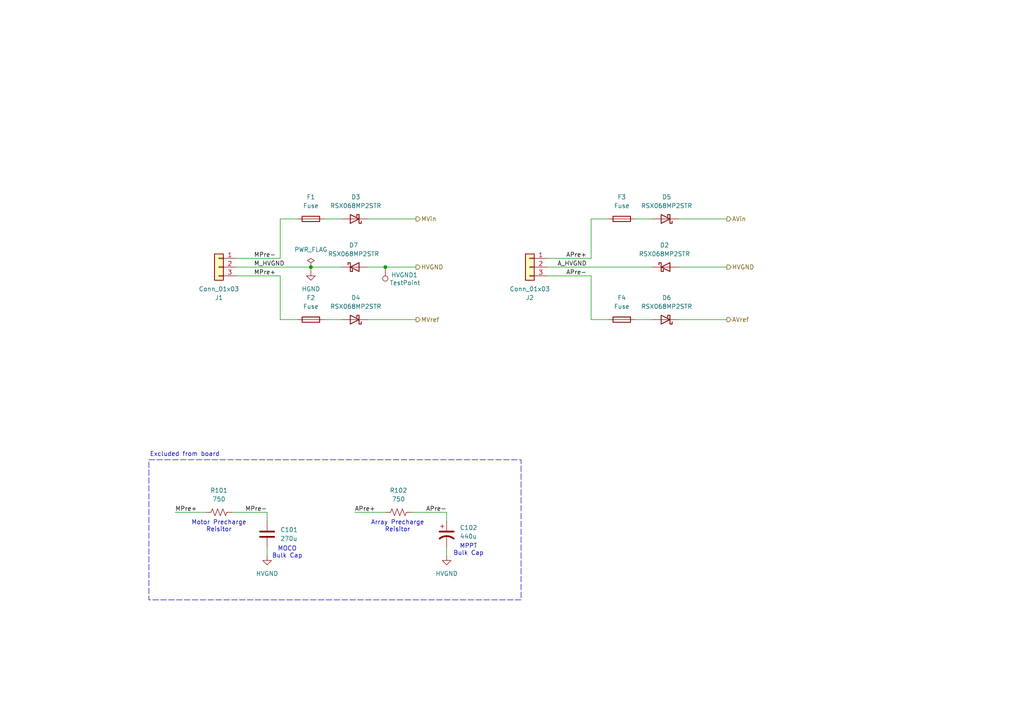
<source format=kicad_sch>
(kicad_sch (version 20250114) (generator "eeschema") (generator_version "9.0")
  (paper "A4")
  (lib_symbols
    (symbol "Connector:TestPoint" (pin_numbers (hide yes)) (pin_names (offset 0.762) (hide yes))
      (property "Reference" "TP" (at 0 6.858 0))
      (property "Value" "TestPoint" (at 0 5.08 0))
      (symbol "TestPoint_0_1"
        (circle (center 0 3.302) (radius 0.762))
      )
      (symbol "TestPoint_1_1"
        (pin passive line (at 0 0 90) (length 2.54) (name "1") (number "1"))
      )
    )
    (symbol "Connector_Generic:Conn_01x03" (pin_names (offset 1.016) (hide yes))
      (property "Reference" "J" (at 0 5.08 0))
      (property "Value" "Conn_01x03" (at 0 -5.08 0))
      (symbol "Conn_01x03_1_1"
        (rectangle (start -1.27 3.81) (end 1.27 -3.81) (stroke (width 0.254)) (fill (type background)))
        (rectangle (start -1.27 2.667) (end 0 2.413) (stroke (width 0.1524)))
        (rectangle (start -1.27 0.127) (end 0 -0.127) (stroke (width 0.1524)))
        (rectangle (start -1.27 -2.413) (end 0 -2.667) (stroke (width 0.1524)))
        (pin passive line (at -5.08 2.54 0) (length 3.81) (name "Pin_1") (number "1"))
        (pin passive line (at -5.08 0 0) (length 3.81) (name "Pin_2") (number "2"))
        (pin passive line (at -5.08 -2.54 0) (length 3.81) (name "Pin_3") (number "3"))
      )
    )
    (symbol "Device:C" (pin_numbers (hide yes)) (pin_names (offset 0.254))
      (property "Reference" "C" (at 0.635 2.54 0))
      (property "Value" "C" (at 0.635 -2.54 0))
      (symbol "C_0_1"
        (polyline (pts (xy -2.032 0.762) (xy 2.032 0.762)) (stroke (width 0.508)))
        (polyline (pts (xy -2.032 -0.762) (xy 2.032 -0.762)) (stroke (width 0.508)))
      )
      (symbol "C_1_1"
        (pin passive line (at 0 3.81 270) (length 2.794) (name "~") (number "1"))
        (pin passive line (at 0 -3.81 90) (length 2.794) (name "~") (number "2"))
      )
    )
    (symbol "Device:C_Polarized_US" (pin_numbers (hide yes)) (pin_names (offset 0.254) (hide yes))
      (property "Reference" "C" (at 0.635 2.54 0))
      (property "Value" "C_Polarized_US" (at 0.635 -2.54 0))
      (symbol "C_Polarized_US_0_1"
        (polyline (pts (xy -2.032 0.762) (xy 2.032 0.762)) (stroke (width 0.508)))
        (polyline (pts (xy -1.778 2.286) (xy -0.762 2.286)))
        (polyline (pts (xy -1.27 1.778) (xy -1.27 2.794)))
        (arc (start -2.032 -1.27) (mid 0 -0.5572) (end 2.032 -1.27) (stroke (width 0.508)))
      )
      (symbol "C_Polarized_US_1_1"
        (pin passive line (at 0 3.81 270) (length 2.794) (name "~") (number "1"))
        (pin passive line (at 0 -3.81 90) (length 3.302) (name "~") (number "2"))
      )
    )
    (symbol "Device:D_Schottky" (pin_numbers (hide yes)) (pin_names (offset 1.016) (hide yes))
      (property "Reference" "D" (at 0 2.54 0))
      (property "Value" "D_Schottky" (at 0 -2.54 0))
      (symbol "D_Schottky_0_1"
        (polyline (pts (xy -1.905 0.635) (xy -1.905 1.27) (xy -1.27 1.27) (xy -1.27 -1.27) (xy -0.635 -1.27) (xy -0.635 -0.635)) (stroke (width 0.254)))
        (polyline (pts (xy 1.27 1.27) (xy 1.27 -1.27) (xy -1.27 0) (xy 1.27 1.27)) (stroke (width 0.254)))
        (polyline (pts (xy 1.27 0) (xy -1.27 0)))
      )
      (symbol "D_Schottky_1_1"
        (pin passive line (at -3.81 0 0) (length 2.54) (name "K") (number "1"))
        (pin passive line (at 3.81 0 180) (length 2.54) (name "A") (number "2"))
      )
    )
    (symbol "Device:Fuse" (pin_numbers (hide yes)) (pin_names (offset 0))
      (property "Reference" "F" (at 2.032 0 90))
      (property "Value" "Fuse" (at -1.905 0 90))
      (symbol "Fuse_0_1"
        (rectangle (start -0.762 -2.54) (end 0.762 2.54) (stroke (width 0.254)))
        (polyline (pts (xy 0 2.54) (xy 0 -2.54)))
      )
      (symbol "Fuse_1_1"
        (pin passive line (at 0 3.81 270) (length 1.27) (name "~") (number "1"))
        (pin passive line (at 0 -3.81 90) (length 1.27) (name "~") (number "2"))
      )
    )
    (symbol "Device:R_US" (pin_numbers (hide yes)) (pin_names (offset 0))
      (property "Reference" "R" (at 2.54 0 90))
      (property "Value" "R_US" (at -2.54 0 90))
      (symbol "R_US_0_1"
        (polyline (pts (xy 0 2.286) (xy 0 2.54)))
        (polyline (pts (xy 0 2.286) (xy 1.016 1.905) (xy 0 1.524) (xy -1.016 1.143) (xy 0 0.762)))
        (polyline (pts (xy 0 0.762) (xy 1.016 0.381) (xy 0 0) (xy -1.016 -0.381) (xy 0 -0.762)))
        (polyline (pts (xy 0 -0.762) (xy 1.016 -1.143) (xy 0 -1.524) (xy -1.016 -1.905) (xy 0 -2.286)))
        (polyline (pts (xy 0 -2.286) (xy 0 -2.54)))
      )
      (symbol "R_US_1_1"
        (pin passive line (at 0 3.81 270) (length 1.27) (name "~") (number "1"))
        (pin passive line (at 0 -3.81 90) (length 1.27) (name "~") (number "2"))
      )
    )
    (symbol "power:GND" (power) (pin_numbers (hide yes)) (pin_names (offset 0) (hide yes))
      (property "Value" "GND" (at 0 -3.81 0))
      (symbol "GND_0_1"
        (polyline (pts (xy 0 0) (xy 0 -1.27) (xy 1.27 -1.27) (xy 0 -2.54) (xy -1.27 -1.27) (xy 0 -1.27)))
      )
      (symbol "GND_1_1"
        (pin power_in line (at 0 0 270) (length 0) (name "~") (number "1"))
      )
    )
    (symbol "power:PWR_FLAG" (power) (pin_numbers (hide yes)) (pin_names (offset 0) (hide yes))
      (property "Value" "PWR_FLAG" (at 0 3.81 0))
      (symbol "PWR_FLAG_0_0"
        (pin power_out line (at 0 0 90) (length 0) (name "~") (number "1"))
      )
      (symbol "PWR_FLAG_0_1"
        (polyline (pts (xy 0 0) (xy 0 1.27) (xy -1.016 1.905) (xy 0 2.54) (xy 1.016 1.905) (xy 0 1.27)))
      )
    )
  )
  (rectangle (start 43.18 133.35) (end 151.13 173.99) (stroke (width 0) (type dash)))
  (text "Array Precharge\nReisitor" (at 115.316 152.654 0) (effects (font (size 1.27 1.27))))
  (text "MOCO\nBulk Cap" (at 83.312 160.274 0) (effects (font (size 1.27 1.27))))
  (text "MPPT\nBulk Cap" (at 135.89 159.512 0) (effects (font (size 1.27 1.27))))
  (text "Motor Precharge\nReisitor" (at 63.5 152.654 0) (effects (font (size 1.27 1.27))))
  (text "Excluded from board" (at 53.594 131.826 0) (effects (font (size 1.27 1.27))))
  (junction (at 111.76 77.47))
  (junction (at 90.17 77.47))
  (wire (pts (xy 158.75 77.47) (xy 189.23 77.47)))
  (wire (pts (xy 119.38 148.59) (xy 129.54 148.59)))
  (wire (pts (xy 196.85 77.47) (xy 210.82 77.47)))
  (wire (pts (xy 106.68 63.5) (xy 120.65 63.5)))
  (wire (pts (xy 68.58 80.01) (xy 81.28 80.01)))
  (wire (pts (xy 93.98 63.5) (xy 99.06 63.5)))
  (wire (pts (xy 196.85 92.71) (xy 210.82 92.71)))
  (wire (pts (xy 50.8 148.59) (xy 59.69 148.59)))
  (wire (pts (xy 184.15 63.5) (xy 189.23 63.5)))
  (wire (pts (xy 171.45 74.93) (xy 171.45 63.5)))
  (wire (pts (xy 158.75 80.01) (xy 171.45 80.01)))
  (wire (pts (xy 129.54 148.59) (xy 129.54 151.13)))
  (wire (pts (xy 129.54 158.75) (xy 129.54 161.29)))
  (wire (pts (xy 158.75 74.93) (xy 171.45 74.93)))
  (wire (pts (xy 68.58 74.93) (xy 81.28 74.93)))
  (wire (pts (xy 171.45 92.71) (xy 176.53 92.71)))
  (wire (pts (xy 106.68 92.71) (xy 120.65 92.71)))
  (wire (pts (xy 81.28 80.01) (xy 81.28 92.71)))
  (wire (pts (xy 111.76 77.47) (xy 120.65 77.47)))
  (wire (pts (xy 171.45 63.5) (xy 176.53 63.5)))
  (wire (pts (xy 90.17 78.74) (xy 90.17 77.47)))
  (wire (pts (xy 67.31 148.59) (xy 77.47 148.59)))
  (wire (pts (xy 102.87 148.59) (xy 111.76 148.59)))
  (wire (pts (xy 171.45 80.01) (xy 171.45 92.71)))
  (wire (pts (xy 81.28 63.5) (xy 86.36 63.5)))
  (wire (pts (xy 77.47 148.59) (xy 77.47 151.13)))
  (wire (pts (xy 93.98 92.71) (xy 99.06 92.71)))
  (wire (pts (xy 81.28 92.71) (xy 86.36 92.71)))
  (wire (pts (xy 68.58 77.47) (xy 90.17 77.47)))
  (wire (pts (xy 184.15 92.71) (xy 189.23 92.71)))
  (wire (pts (xy 106.68 77.47) (xy 111.76 77.47)))
  (wire (pts (xy 81.28 74.93) (xy 81.28 63.5)))
  (wire (pts (xy 90.17 77.47) (xy 99.06 77.47)))
  (wire (pts (xy 77.47 158.75) (xy 77.47 161.29)))
  (wire (pts (xy 196.85 63.5) (xy 210.82 63.5)))
  (label "MPre+" (at 80.01 80.01 180))
  (label "MPre-" (at 77.47 148.59 180))
  (label "MPre-" (at 80.01 74.93 180))
  (label "A_HVGND" (at 170.18 77.47 180))
  (label "APre+" (at 170.18 74.93 180))
  (label "MPre+" (at 50.8 148.59 0))
  (label "M_HVGND" (at 82.55 77.47 180))
  (label "APre-" (at 129.54 148.59 180))
  (label "APre-" (at 170.18 80.01 180))
  (label "APre+" (at 102.87 148.59 0))
  (hierarchical_label "AVin" (shape output) (at 210.82 63.5 0))
  (hierarchical_label "AVref" (shape output) (at 210.82 92.71 0))
  (hierarchical_label "HVGND" (shape output) (at 120.65 77.47 0))
  (hierarchical_label "MVref" (shape output) (at 120.65 92.71 0))
  (hierarchical_label "HVGND" (shape output) (at 210.82 77.47 0))
  (hierarchical_label "MVin" (shape output) (at 120.65 63.5 0))
  (symbol (lib_id "Device:Fuse") (at 180.34 92.71 90) (unit 1)
    (property "Reference" "F4" (at 180.34 86.36 90))
    (property "Value" "Fuse" (at 180.34 88.9 90))
    (property "Footprint" "Fuse:Fuseholder_Blade_Mini_Keystone_3568" (effects (hide yes)))
    (property "Description" "Fuse" (effects (hide yes)))
  )
  (symbol (lib_id "Device:D_Schottky") (at 193.04 77.47 0) (unit 1)
    (property "Reference" "D2" (at 192.7225 71.12 0))
    (property "Value" "RSX068MP2STR" (at 192.7225 73.66 0))
    (property "Footprint" "Diode_SMD:D_SOD-123F" (effects (hide yes)))
    (property "Description" "Schottky diode" (effects (hide yes)))
  )
  (symbol (lib_id "power:GND") (at 129.54 161.29 0) (unit 1)
    (property "Reference" "#PWR02" (effects (hide yes)))
    (property "Value" "HVGND" (at 129.54 166.37 0))
    (property "Description" "Power symbol creates a global label with name \"GND\" , ground" (effects (hide yes)))
  )
  (symbol (lib_id "power:GND") (at 77.47 161.29 0) (unit 1)
    (property "Reference" "#PWR01" (effects (hide yes)))
    (property "Value" "HVGND" (at 77.47 166.37 0))
    (property "Description" "Power symbol creates a global label with name \"GND\" , ground" (effects (hide yes)))
  )
  (symbol (lib_id "Device:D_Schottky") (at 193.04 63.5 180) (unit 1)
    (property "Reference" "D5" (at 193.3575 57.15 0))
    (property "Value" "RSX068MP2STR" (at 193.3575 59.69 0))
    (property "Footprint" "Diode_SMD:D_SOD-123F" (effects (hide yes)))
    (property "Description" "Schottky diode" (effects (hide yes)))
  )
  (symbol (lib_id "Device:Fuse") (at 90.17 92.71 90) (unit 1)
    (property "Reference" "F2" (at 90.17 86.36 90))
    (property "Value" "Fuse" (at 90.17 88.9 90))
    (property "Footprint" "Fuse:Fuseholder_Blade_Mini_Keystone_3568" (effects (hide yes)))
    (property "Description" "Fuse" (effects (hide yes)))
  )
  (symbol (lib_id "Connector:TestPoint") (at 111.76 77.47 0) (mirror x) (unit 1)
    (property "Reference" "HVGND1" (at 121.158 79.756 0) (effects (justify right)))
    (property "Value" "TestPoint" (at 121.92 82.042 0) (effects (justify right)))
    (property "Footprint" "utsvt-special:TestPoint_HEX_3mmID" (effects (hide yes)))
    (property "Description" "test point" (effects (hide yes)))
  )
  (symbol (lib_id "Device:D_Schottky") (at 102.87 63.5 180) (unit 1)
    (property "Reference" "D3" (at 103.1875 57.15 0))
    (property "Value" "RSX068MP2STR" (at 103.1875 59.69 0))
    (property "Footprint" "Diode_SMD:D_SOD-123F" (effects (hide yes)))
    (property "Description" "Schottky diode" (effects (hide yes)))
  )
  (symbol (lib_id "Device:Fuse") (at 90.17 63.5 90) (unit 1)
    (property "Reference" "F1" (at 90.17 57.15 90))
    (property "Value" "Fuse" (at 90.17 59.69 90))
    (property "Footprint" "Fuse:Fuseholder_Blade_Mini_Keystone_3568" (effects (hide yes)))
    (property "Description" "Fuse" (effects (hide yes)))
  )
  (symbol (lib_id "Device:C_Polarized_US") (at 129.54 154.94 0) (unit 1) (on_board no)
    (property "Reference" "C102" (at 133.35 153.0349 0) (effects (justify left)))
    (property "Value" "440u" (at 133.35 155.5749 0) (effects (justify left)))
    (property "Description" "Polarized capacitor, US symbol" (effects (hide yes)))
  )
  (symbol (lib_id "Device:R_US") (at 115.57 148.59 90) (unit 1) (on_board no)
    (property "Reference" "R102" (at 115.57 142.24 90))
    (property "Value" "750" (at 115.57 144.78 90))
    (property "Description" "Resistor, US symbol" (effects (hide yes)))
  )
  (symbol (lib_id "Device:C") (at 77.47 154.94 0) (unit 1) (on_board no)
    (property "Reference" "C101" (at 81.28 153.6699 0) (effects (justify left)))
    (property "Value" "270u" (at 81.28 156.2099 0) (effects (justify left)))
    (property "Description" "Unpolarized capacitor" (effects (hide yes)))
  )
  (symbol (lib_id "power:GND") (at 90.17 78.74 0) (unit 1)
    (property "Reference" "#PWR05" (effects (hide yes)))
    (property "Value" "HGND" (at 90.17 83.82 0))
    (property "Description" "Power symbol creates a global label with name \"GND\" , ground" (effects (hide yes)))
  )
  (symbol (lib_id "Connector_Generic:Conn_01x03") (at 153.67 77.47 0) (mirror y) (unit 1)
    (property "Reference" "J2" (at 153.67 86.36 0))
    (property "Value" "Conn_01x03" (at 153.67 83.82 0))
    (property "Footprint" "utsvt-conn:Molex_MicroFit3.0_1x3xP3.00mm_PolarizingPeg_Vertical" (effects (hide yes)))
    (property "Description" "Generic connector, single row, 01x03, script generated (kicad-library-utils/schlib/autogen/connector/)" (effects (hide yes)))
  )
  (symbol (lib_id "Device:D_Schottky") (at 102.87 77.47 0) (unit 1)
    (property "Reference" "D7" (at 102.5525 71.12 0))
    (property "Value" "RSX068MP2STR" (at 102.5525 73.66 0))
    (property "Footprint" "Diode_SMD:D_SOD-123F" (effects (hide yes)))
    (property "Description" "Schottky diode" (effects (hide yes)))
  )
  (symbol (lib_id "Device:D_Schottky") (at 102.87 92.71 180) (unit 1)
    (property "Reference" "D4" (at 103.1875 86.36 0))
    (property "Value" "RSX068MP2STR" (at 103.1875 88.9 0))
    (property "Footprint" "Diode_SMD:D_SOD-123F" (effects (hide yes)))
    (property "Description" "Schottky diode" (effects (hide yes)))
  )
  (symbol (lib_id "Connector_Generic:Conn_01x03") (at 63.5 77.47 0) (mirror y) (unit 1)
    (property "Reference" "J1" (at 63.5 86.36 0))
    (property "Value" "Conn_01x03" (at 63.5 83.82 0))
    (property "Footprint" "utsvt-conn:Molex_MicroFit3.0_1x3xP3.00mm_PolarizingPeg_Vertical" (effects (hide yes)))
    (property "Description" "Generic connector, single row, 01x03, script generated (kicad-library-utils/schlib/autogen/connector/)" (effects (hide yes)))
  )
  (symbol (lib_id "Device:Fuse") (at 180.34 63.5 90) (unit 1)
    (property "Reference" "F3" (at 180.34 57.15 90))
    (property "Value" "Fuse" (at 180.34 59.69 90))
    (property "Footprint" "Fuse:Fuseholder_Blade_Mini_Keystone_3568" (effects (hide yes)))
    (property "Description" "Fuse" (effects (hide yes)))
  )
  (symbol (lib_id "Device:D_Schottky") (at 193.04 92.71 180) (unit 1)
    (property "Reference" "D6" (at 193.3575 86.36 0))
    (property "Value" "RSX068MP2STR" (at 193.3575 88.9 0))
    (property "Footprint" "Diode_SMD:D_SOD-123F" (effects (hide yes)))
    (property "Description" "Schottky diode" (effects (hide yes)))
  )
  (symbol (lib_id "Device:R_US") (at 63.5 148.59 90) (unit 1) (on_board no)
    (property "Reference" "R101" (at 63.5 142.24 90))
    (property "Value" "750" (at 63.5 144.78 90))
    (property "Description" "Resistor, US symbol" (effects (hide yes)))
  )
  (symbol (lib_id "power:PWR_FLAG") (at 90.17 77.47 0) (unit 1)
    (property "Reference" "#FLG01" (effects (hide yes)))
    (property "Value" "PWR_FLAG" (at 90.17 72.39 0))
    (property "Description" "Special symbol for telling ERC where power comes from" (effects (hide yes)))
  )
)
</source>
